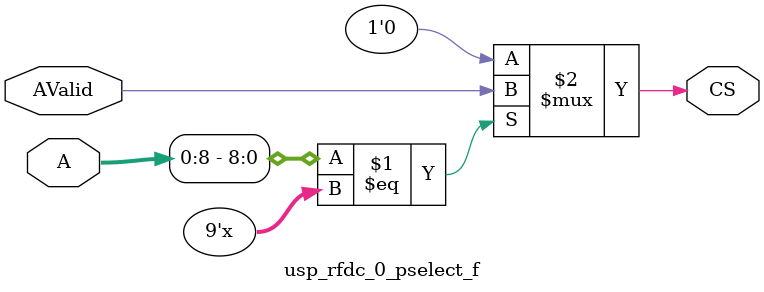
<source format=v>
`timescale 1 ps/1 ps

module usp_rfdc_0_pselect_f ( A, AValid, CS) ;

parameter C_AB  = 9;
parameter C_AW  = 32;
parameter [0:C_AW - 1] C_BAR =  'bz;
parameter C_FAMILY  = "nofamily";
input[0:C_AW-1] A; 
input AValid; 
output CS; 
wire CS;
parameter [0:C_AB-1]BAR = C_BAR[0:C_AB-1];

//----------------------------------------------------------------------------
// Build a behavioral decoder
//----------------------------------------------------------------------------
generate
if (C_AB > 0) begin : XST_WA
assign CS = (A[0:C_AB - 1] == BAR[0:C_AB - 1]) ? AValid : 1'b0 ;
end
endgenerate

generate
if (C_AB == 0) begin : PASS_ON_GEN
assign CS = AValid ;
end
endgenerate
endmodule

</source>
